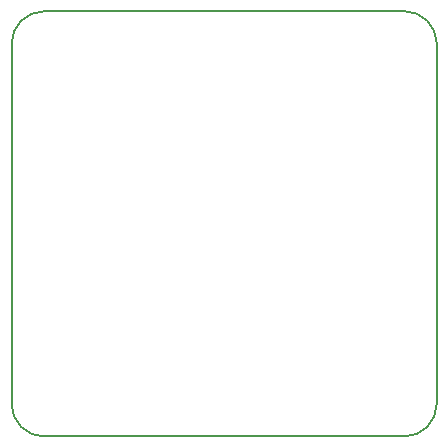
<source format=gm1>
G04 #@! TF.FileFunction,Profile,NP*
%FSLAX46Y46*%
G04 Gerber Fmt 4.6, Leading zero omitted, Abs format (unit mm)*
G04 Created by KiCad (PCBNEW 4.0.1-stable) date Tuesday, April 12, 2016 'PMt' 11:02:27 PM*
%MOMM*%
G01*
G04 APERTURE LIST*
%ADD10C,0.100000*%
%ADD11C,0.150000*%
G04 APERTURE END LIST*
D10*
D11*
X130000000Y-123250000D02*
G75*
G03X132750000Y-126000000I2750000J0D01*
G01*
X163250000Y-126000000D02*
G75*
G03X166000000Y-123250000I0J2750000D01*
G01*
X166000000Y-92750000D02*
G75*
G03X163250000Y-90000000I-2750000J0D01*
G01*
X132750000Y-90000000D02*
G75*
G03X130000000Y-92750000I0J-2750000D01*
G01*
X132750000Y-126000000D02*
X163250000Y-126000000D01*
X130000000Y-92750000D02*
X130000000Y-123250000D01*
X166000000Y-92750000D02*
X166000000Y-123250000D01*
X132750000Y-90000000D02*
X163250000Y-90000000D01*
M02*

</source>
